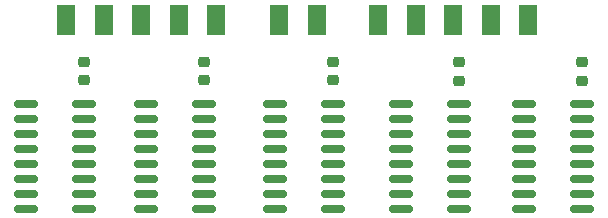
<source format=gbr>
%TF.GenerationSoftware,KiCad,Pcbnew,7.0.8*%
%TF.CreationDate,2023-11-11T12:56:24-08:00*%
%TF.ProjectId,LED Project,4c454420-5072-46f6-9a65-63742e6b6963,rev?*%
%TF.SameCoordinates,Original*%
%TF.FileFunction,Paste,Top*%
%TF.FilePolarity,Positive*%
%FSLAX46Y46*%
G04 Gerber Fmt 4.6, Leading zero omitted, Abs format (unit mm)*
G04 Created by KiCad (PCBNEW 7.0.8) date 2023-11-11 12:56:24*
%MOMM*%
%LPD*%
G01*
G04 APERTURE LIST*
G04 Aperture macros list*
%AMRoundRect*
0 Rectangle with rounded corners*
0 $1 Rounding radius*
0 $2 $3 $4 $5 $6 $7 $8 $9 X,Y pos of 4 corners*
0 Add a 4 corners polygon primitive as box body*
4,1,4,$2,$3,$4,$5,$6,$7,$8,$9,$2,$3,0*
0 Add four circle primitives for the rounded corners*
1,1,$1+$1,$2,$3*
1,1,$1+$1,$4,$5*
1,1,$1+$1,$6,$7*
1,1,$1+$1,$8,$9*
0 Add four rect primitives between the rounded corners*
20,1,$1+$1,$2,$3,$4,$5,0*
20,1,$1+$1,$4,$5,$6,$7,0*
20,1,$1+$1,$6,$7,$8,$9,0*
20,1,$1+$1,$8,$9,$2,$3,0*%
G04 Aperture macros list end*
%ADD10RoundRect,0.150000X-0.825000X-0.150000X0.825000X-0.150000X0.825000X0.150000X-0.825000X0.150000X0*%
%ADD11RoundRect,0.225000X-0.250000X0.225000X-0.250000X-0.225000X0.250000X-0.225000X0.250000X0.225000X0*%
%ADD12R,1.524000X2.540000*%
G04 APERTURE END LIST*
D10*
%TO.C,U5*%
X154308000Y-94742000D03*
X154308000Y-96012000D03*
X154308000Y-97282000D03*
X154308000Y-98552000D03*
X154308000Y-99822000D03*
X154308000Y-101092000D03*
X154308000Y-102362000D03*
X154308000Y-103632000D03*
X159258000Y-103632000D03*
X159258000Y-102362000D03*
X159258000Y-101092000D03*
X159258000Y-99822000D03*
X159258000Y-98552000D03*
X159258000Y-97282000D03*
X159258000Y-96012000D03*
X159258000Y-94742000D03*
%TD*%
D11*
%TO.C,C2*%
X169418000Y-91160000D03*
X169418000Y-92710000D03*
%TD*%
D10*
%TO.C,U4*%
X164468000Y-94742000D03*
X164468000Y-96012000D03*
X164468000Y-97282000D03*
X164468000Y-98552000D03*
X164468000Y-99822000D03*
X164468000Y-101092000D03*
X164468000Y-102362000D03*
X164468000Y-103632000D03*
X169418000Y-103632000D03*
X169418000Y-102362000D03*
X169418000Y-101092000D03*
X169418000Y-99822000D03*
X169418000Y-98552000D03*
X169418000Y-97282000D03*
X169418000Y-96012000D03*
X169418000Y-94742000D03*
%TD*%
%TO.C,U2*%
X186058000Y-94742000D03*
X186058000Y-96012000D03*
X186058000Y-97282000D03*
X186058000Y-98552000D03*
X186058000Y-99822000D03*
X186058000Y-101092000D03*
X186058000Y-102362000D03*
X186058000Y-103632000D03*
X191008000Y-103632000D03*
X191008000Y-102362000D03*
X191008000Y-101092000D03*
X191008000Y-99822000D03*
X191008000Y-98552000D03*
X191008000Y-97282000D03*
X191008000Y-96012000D03*
X191008000Y-94742000D03*
%TD*%
D11*
%TO.C,C6*%
X191008000Y-91186000D03*
X191008000Y-92736000D03*
%TD*%
%TO.C,C1*%
X159258000Y-91160000D03*
X159258000Y-92710000D03*
%TD*%
D10*
%TO.C,U1*%
X196472000Y-94742000D03*
X196472000Y-96012000D03*
X196472000Y-97282000D03*
X196472000Y-98552000D03*
X196472000Y-99822000D03*
X196472000Y-101092000D03*
X196472000Y-102362000D03*
X196472000Y-103632000D03*
X201422000Y-103632000D03*
X201422000Y-102362000D03*
X201422000Y-101092000D03*
X201422000Y-99822000D03*
X201422000Y-98552000D03*
X201422000Y-97282000D03*
X201422000Y-96012000D03*
X201422000Y-94742000D03*
%TD*%
%TO.C,U3*%
X175390000Y-94742000D03*
X175390000Y-96012000D03*
X175390000Y-97282000D03*
X175390000Y-98552000D03*
X175390000Y-99822000D03*
X175390000Y-101092000D03*
X175390000Y-102362000D03*
X175390000Y-103632000D03*
X180340000Y-103632000D03*
X180340000Y-102362000D03*
X180340000Y-101092000D03*
X180340000Y-99822000D03*
X180340000Y-98552000D03*
X180340000Y-97282000D03*
X180340000Y-96012000D03*
X180340000Y-94742000D03*
%TD*%
D12*
%TO.C,Conn2*%
X184150000Y-87603000D03*
X187325000Y-87603000D03*
X190500000Y-87603000D03*
X193675000Y-87603000D03*
X196850000Y-87603000D03*
%TD*%
%TO.C,Conn1*%
X170434000Y-87630000D03*
X167259000Y-87630000D03*
X164084000Y-87630000D03*
X160909000Y-87630000D03*
X157734000Y-87630000D03*
%TD*%
D11*
%TO.C,C3*%
X180340000Y-91160000D03*
X180340000Y-92710000D03*
%TD*%
D12*
%TO.C,Conn3*%
X175768000Y-87630000D03*
X178943000Y-87630000D03*
%TD*%
D11*
%TO.C,C4*%
X201422000Y-91186000D03*
X201422000Y-92736000D03*
%TD*%
M02*

</source>
